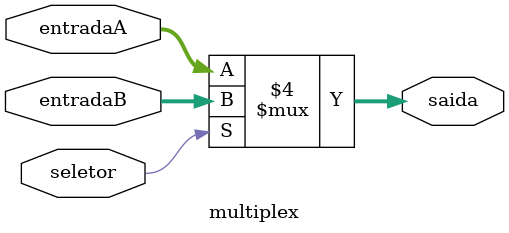
<source format=v>
`timescale 1ns / 1ps
module multiplex(
	entradaA,
	entradaB,
	seletor,
	saida
    );

input[31:0] entradaA;
input[31:0] entradaB;
input seletor;

output reg[31:0] saida;

always @(seletor, entradaA, entradaB)
	begin
		if (seletor == 0 )
			saida <= entradaA;
		else
			saida <= entradaB;
	end
endmodule

</source>
